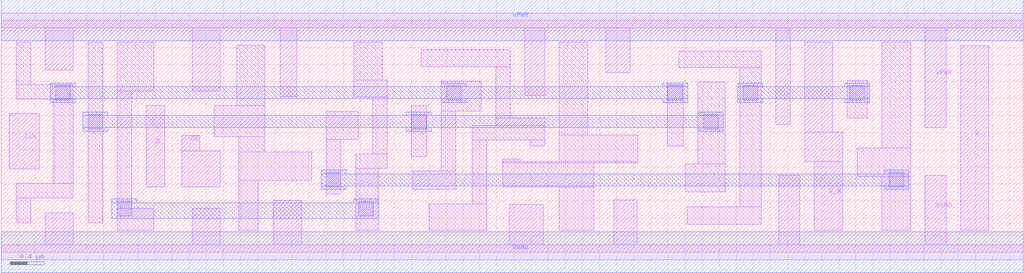
<source format=lef>
# Copyright 2020 The SkyWater PDK Authors
#
# Licensed under the Apache License, Version 2.0 (the "License");
# you may not use this file except in compliance with the License.
# You may obtain a copy of the License at
#
#     https://www.apache.org/licenses/LICENSE-2.0
#
# Unless required by applicable law or agreed to in writing, software
# distributed under the License is distributed on an "AS IS" BASIS,
# WITHOUT WARRANTIES OR CONDITIONS OF ANY KIND, either express or implied.
# See the License for the specific language governing permissions and
# limitations under the License.
#
# SPDX-License-Identifier: Apache-2.0

VERSION 5.5 ;
NAMESCASESENSITIVE ON ;
BUSBITCHARS "[]" ;
DIVIDERCHAR "/" ;
MACRO sky130_fd_sc_hd__edfxbp_1
  CLASS CORE ;
  SOURCE USER ;
  ORIGIN  0.000000  0.000000 ;
  SIZE  11.96000 BY  2.720000 ;
  SYMMETRY X Y R90 ;
  SITE unithd ;
  PIN D
    ANTENNAGATEAREA  0.159000 ;
    DIRECTION INPUT ;
    USE SIGNAL ;
    PORT
      LAYER li1 ;
        RECT 1.695000 0.765000 1.915000 1.720000 ;
    END
  END D
  PIN DE
    ANTENNAGATEAREA  0.318000 ;
    DIRECTION INPUT ;
    USE SIGNAL ;
    PORT
      LAYER li1 ;
        RECT 2.110000 0.765000 2.565000 1.185000 ;
        RECT 2.110000 1.185000 2.325000 1.370000 ;
    END
  END DE
  PIN Q
    ANTENNADIFFAREA  0.462000 ;
    DIRECTION OUTPUT ;
    USE SIGNAL ;
    PORT
      LAYER li1 ;
        RECT 11.225000 0.255000 11.555000 2.420000 ;
    END
  END Q
  PIN Q_N
    ANTENNADIFFAREA  0.429000 ;
    DIRECTION OUTPUT ;
    USE SIGNAL ;
    PORT
      LAYER li1 ;
        RECT 9.400000 1.065000 9.845000 1.410000 ;
        RECT 9.400000 1.410000 9.730000 2.465000 ;
        RECT 9.515000 0.255000 9.845000 1.065000 ;
    END
  END Q_N
  PIN CLK
    ANTENNAGATEAREA  0.159000 ;
    DIRECTION INPUT ;
    USE CLOCK ;
    PORT
      LAYER li1 ;
        RECT 0.095000 0.975000 0.445000 1.625000 ;
    END
  END CLK
  PIN VGND
    DIRECTION INOUT ;
    SHAPE ABUTMENT ;
    USE GROUND ;
    PORT
      LAYER li1 ;
        RECT  0.000000 -0.085000 11.960000 0.085000 ;
        RECT  0.515000  0.085000  0.845000 0.465000 ;
        RECT  2.235000  0.085000  2.565000 0.515000 ;
        RECT  3.185000  0.085000  3.515000 0.610000 ;
        RECT  5.945000  0.085000  6.340000 0.560000 ;
        RECT  7.165000  0.085000  7.440000 0.615000 ;
        RECT  9.095000  0.085000  9.345000 0.900000 ;
        RECT 10.810000  0.085000 11.055000 0.900000 ;
    END
    PORT
      LAYER met1 ;
        RECT 0.000000 -0.240000 11.960000 0.240000 ;
    END
  END VGND
  PIN VNB
    DIRECTION INOUT ;
    USE GROUND ;
    PORT
    END
  END VNB
  PIN VPB
    DIRECTION INOUT ;
    USE POWER ;
    PORT
    END
  END VPB
  PIN VPWR
    DIRECTION INOUT ;
    SHAPE ABUTMENT ;
    USE POWER ;
    PORT
      LAYER li1 ;
        RECT  0.000000 2.635000 11.960000 2.805000 ;
        RECT  0.515000 2.135000  0.845000 2.635000 ;
        RECT  2.235000 1.890000  2.565000 2.635000 ;
        RECT  3.265000 1.825000  3.460000 2.635000 ;
        RECT  6.125000 1.835000  6.360000 2.635000 ;
        RECT  7.070000 2.105000  7.360000 2.635000 ;
        RECT  9.060000 1.495000  9.230000 2.635000 ;
        RECT 10.810000 1.465000 11.055000 2.635000 ;
    END
    PORT
      LAYER met1 ;
        RECT 0.000000 2.480000 11.960000 2.960000 ;
    END
  END VPWR
  OBS
    LAYER li1 ;
      RECT  0.175000 0.345000  0.345000 0.635000 ;
      RECT  0.175000 0.635000  0.845000 0.805000 ;
      RECT  0.175000 1.795000  0.845000 1.965000 ;
      RECT  0.175000 1.965000  0.345000 2.465000 ;
      RECT  0.615000 0.805000  0.845000 1.795000 ;
      RECT  1.015000 0.345000  1.185000 2.465000 ;
      RECT  1.355000 0.255000  1.785000 0.515000 ;
      RECT  1.355000 0.515000  1.525000 1.890000 ;
      RECT  1.355000 1.890000  1.785000 2.465000 ;
      RECT  2.495000 1.355000  3.085000 1.720000 ;
      RECT  2.755000 1.720000  3.085000 2.425000 ;
      RECT  2.780000 0.255000  3.005000 0.845000 ;
      RECT  2.780000 0.845000  3.635000 1.175000 ;
      RECT  2.780000 1.175000  3.085000 1.355000 ;
      RECT  3.805000 0.685000  3.975000 1.320000 ;
      RECT  3.805000 1.320000  4.175000 1.650000 ;
      RECT  4.125000 1.820000  4.515000 2.020000 ;
      RECT  4.125000 2.020000  4.455000 2.465000 ;
      RECT  4.145000 0.255000  4.415000 0.980000 ;
      RECT  4.145000 0.980000  4.515000 1.150000 ;
      RECT  4.345000 1.150000  4.515000 1.820000 ;
      RECT  4.795000 1.125000  4.980000 1.720000 ;
      RECT  4.815000 0.735000  5.320000 0.955000 ;
      RECT  4.915000 2.175000  5.955000 2.375000 ;
      RECT  5.005000 0.255000  5.680000 0.565000 ;
      RECT  5.150000 0.955000  5.320000 1.655000 ;
      RECT  5.150000 1.655000  5.615000 2.005000 ;
      RECT  5.510000 0.565000  5.680000 1.315000 ;
      RECT  5.510000 1.315000  6.360000 1.485000 ;
      RECT  5.785000 1.485000  6.360000 1.575000 ;
      RECT  5.785000 1.575000  5.955000 2.175000 ;
      RECT  5.870000 0.765000  6.935000 1.045000 ;
      RECT  5.870000 1.045000  7.445000 1.065000 ;
      RECT  5.870000 1.065000  6.070000 1.095000 ;
      RECT  6.190000 1.245000  6.360000 1.315000 ;
      RECT  6.530000 0.255000  6.935000 0.765000 ;
      RECT  6.530000 1.065000  7.445000 1.375000 ;
      RECT  6.530000 1.375000  6.860000 2.465000 ;
      RECT  7.790000 1.245000  7.980000 1.965000 ;
      RECT  7.925000 2.165000  8.890000 2.355000 ;
      RECT  8.005000 0.705000  8.470000 1.035000 ;
      RECT  8.025000 0.330000  8.890000 0.535000 ;
      RECT  8.150000 1.035000  8.470000 1.995000 ;
      RECT  8.640000 0.535000  8.890000 2.165000 ;
      RECT  9.900000 1.575000 10.130000 2.010000 ;
      RECT 10.015000 0.890000 10.640000 1.220000 ;
      RECT 10.300000 0.255000 10.640000 0.890000 ;
      RECT 10.300000 1.220000 10.640000 2.465000 ;
    LAYER mcon ;
      RECT  0.635000 1.785000  0.805000 1.955000 ;
      RECT  1.015000 1.445000  1.185000 1.615000 ;
      RECT  1.355000 0.425000  1.525000 0.595000 ;
      RECT  3.805000 0.765000  3.975000 0.935000 ;
      RECT  4.185000 0.425000  4.355000 0.595000 ;
      RECT  4.800000 1.445000  4.970000 1.615000 ;
      RECT  5.210000 1.785000  5.380000 1.955000 ;
      RECT  7.800000 1.785000  7.970000 1.955000 ;
      RECT  8.220000 1.445000  8.390000 1.615000 ;
      RECT  8.680000 1.785000  8.850000 1.955000 ;
      RECT  9.930000 1.785000 10.100000 1.955000 ;
      RECT 10.390000 0.765000 10.560000 0.935000 ;
    LAYER met1 ;
      RECT  0.575000 1.755000  0.865000 1.800000 ;
      RECT  0.575000 1.800000  8.030000 1.940000 ;
      RECT  0.575000 1.940000  0.865000 1.985000 ;
      RECT  0.955000 1.415000  1.245000 1.460000 ;
      RECT  0.955000 1.460000  8.450000 1.600000 ;
      RECT  0.955000 1.600000  1.245000 1.645000 ;
      RECT  1.295000 0.395000  4.415000 0.580000 ;
      RECT  1.295000 0.580000  1.585000 0.625000 ;
      RECT  3.745000 0.735000  4.035000 0.780000 ;
      RECT  3.745000 0.780000 10.620000 0.920000 ;
      RECT  3.745000 0.920000  4.035000 0.965000 ;
      RECT  4.125000 0.580000  4.415000 0.625000 ;
      RECT  4.740000 1.415000  5.030000 1.460000 ;
      RECT  4.740000 1.600000  5.030000 1.645000 ;
      RECT  5.150000 1.755000  5.440000 1.800000 ;
      RECT  5.150000 1.940000  5.440000 1.985000 ;
      RECT  7.740000 1.755000  8.030000 1.800000 ;
      RECT  7.740000 1.940000  8.030000 1.985000 ;
      RECT  8.160000 1.415000  8.450000 1.460000 ;
      RECT  8.160000 1.600000  8.450000 1.645000 ;
      RECT  8.620000 1.755000  8.910000 1.800000 ;
      RECT  8.620000 1.800000 10.160000 1.940000 ;
      RECT  8.620000 1.940000  8.910000 1.985000 ;
      RECT  9.870000 1.755000 10.160000 1.800000 ;
      RECT  9.870000 1.940000 10.160000 1.985000 ;
      RECT 10.330000 0.735000 10.620000 0.780000 ;
      RECT 10.330000 0.920000 10.620000 0.965000 ;
  END
END sky130_fd_sc_hd__edfxbp_1
END LIBRARY

</source>
